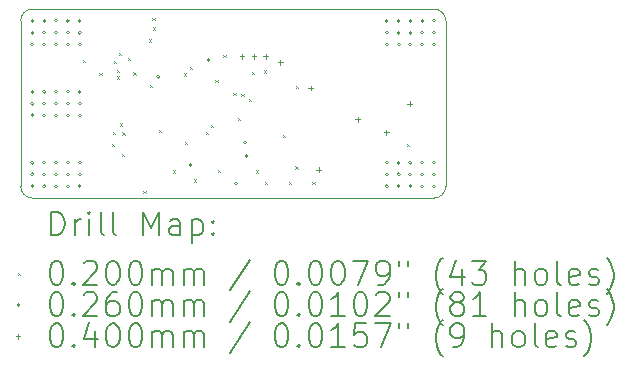
<source format=gbr>
%TF.GenerationSoftware,KiCad,Pcbnew,8.0.8*%
%TF.CreationDate,2025-04-24T20:58:01+02:00*%
%TF.ProjectId,ESC_PCB,4553435f-5043-4422-9e6b-696361645f70,rev?*%
%TF.SameCoordinates,Original*%
%TF.FileFunction,Drillmap*%
%TF.FilePolarity,Positive*%
%FSLAX45Y45*%
G04 Gerber Fmt 4.5, Leading zero omitted, Abs format (unit mm)*
G04 Created by KiCad (PCBNEW 8.0.8) date 2025-04-24 20:58:01*
%MOMM*%
%LPD*%
G01*
G04 APERTURE LIST*
%ADD10C,0.050000*%
%ADD11C,0.200000*%
%ADD12C,0.100000*%
G04 APERTURE END LIST*
D10*
X7100000Y-4500000D02*
G75*
G02*
X7200000Y-4400000I100000J0D01*
G01*
X7200000Y-4400000D02*
X10600000Y-4400000D01*
X10600000Y-6000000D02*
X7200000Y-6000000D01*
X10700000Y-5900000D02*
G75*
G02*
X10600000Y-6000000I-100000J0D01*
G01*
X10600000Y-4400000D02*
G75*
G02*
X10700000Y-4500000I0J-100000D01*
G01*
X10700000Y-4500000D02*
X10700000Y-5900000D01*
X7100000Y-5900000D02*
X7100000Y-4500000D01*
X7200000Y-6000000D02*
G75*
G02*
X7100000Y-5900000I0J100000D01*
G01*
D11*
D12*
X7624500Y-4829905D02*
X7644500Y-4849905D01*
X7644500Y-4829905D02*
X7624500Y-4849905D01*
X7765000Y-4940000D02*
X7785000Y-4960000D01*
X7785000Y-4940000D02*
X7765000Y-4960000D01*
X7870000Y-5540000D02*
X7890000Y-5560000D01*
X7890000Y-5540000D02*
X7870000Y-5560000D01*
X7880000Y-5440000D02*
X7900000Y-5460000D01*
X7900000Y-5440000D02*
X7880000Y-5460000D01*
X7890000Y-4840000D02*
X7910000Y-4860000D01*
X7910000Y-4840000D02*
X7890000Y-4860000D01*
X7913000Y-4912000D02*
X7933000Y-4932000D01*
X7933000Y-4912000D02*
X7913000Y-4932000D01*
X7916000Y-4969000D02*
X7936000Y-4989000D01*
X7936000Y-4969000D02*
X7916000Y-4989000D01*
X7930000Y-4769000D02*
X7950000Y-4789000D01*
X7950000Y-4769000D02*
X7930000Y-4789000D01*
X7940000Y-5368000D02*
X7960000Y-5388000D01*
X7960000Y-5368000D02*
X7940000Y-5388000D01*
X7957000Y-5624000D02*
X7977000Y-5644000D01*
X7977000Y-5624000D02*
X7957000Y-5644000D01*
X7960000Y-5443000D02*
X7980000Y-5463000D01*
X7980000Y-5443000D02*
X7960000Y-5463000D01*
X8010000Y-4811000D02*
X8030000Y-4831000D01*
X8030000Y-4811000D02*
X8010000Y-4831000D01*
X8053000Y-4937000D02*
X8073000Y-4957000D01*
X8073000Y-4937000D02*
X8053000Y-4957000D01*
X8140000Y-5940000D02*
X8160000Y-5960000D01*
X8160000Y-5940000D02*
X8140000Y-5960000D01*
X8185125Y-4654875D02*
X8205125Y-4674875D01*
X8205125Y-4654875D02*
X8185125Y-4674875D01*
X8196000Y-5040000D02*
X8216000Y-5060000D01*
X8216000Y-5040000D02*
X8196000Y-5060000D01*
X8216000Y-4476000D02*
X8236000Y-4496000D01*
X8236000Y-4476000D02*
X8216000Y-4496000D01*
X8219000Y-4556000D02*
X8239000Y-4576000D01*
X8239000Y-4556000D02*
X8219000Y-4576000D01*
X8270000Y-5420000D02*
X8290000Y-5440000D01*
X8290000Y-5420000D02*
X8270000Y-5440000D01*
X8390000Y-5765000D02*
X8410000Y-5785000D01*
X8410000Y-5765000D02*
X8390000Y-5785000D01*
X8484000Y-4944000D02*
X8504000Y-4964000D01*
X8504000Y-4944000D02*
X8484000Y-4964000D01*
X8490000Y-5522500D02*
X8510000Y-5542500D01*
X8510000Y-5522500D02*
X8490000Y-5542500D01*
X8531500Y-4888500D02*
X8551500Y-4908500D01*
X8551500Y-4888500D02*
X8531500Y-4908500D01*
X8565000Y-5840000D02*
X8585000Y-5860000D01*
X8585000Y-5840000D02*
X8565000Y-5860000D01*
X8670000Y-5440000D02*
X8690000Y-5460000D01*
X8690000Y-5440000D02*
X8670000Y-5460000D01*
X8710000Y-5380000D02*
X8730000Y-5400000D01*
X8730000Y-5380000D02*
X8710000Y-5400000D01*
X8750000Y-5000000D02*
X8770000Y-5020000D01*
X8770000Y-5000000D02*
X8750000Y-5020000D01*
X8770000Y-5760000D02*
X8790000Y-5780000D01*
X8790000Y-5760000D02*
X8770000Y-5780000D01*
X8815000Y-4790000D02*
X8835000Y-4810000D01*
X8835000Y-4790000D02*
X8815000Y-4810000D01*
X8900000Y-5107500D02*
X8920000Y-5127500D01*
X8920000Y-5107500D02*
X8900000Y-5127500D01*
X8938549Y-5318549D02*
X8958549Y-5338549D01*
X8958549Y-5318549D02*
X8938549Y-5338549D01*
X8970000Y-5120000D02*
X8990000Y-5140000D01*
X8990000Y-5120000D02*
X8970000Y-5140000D01*
X9030000Y-5160000D02*
X9050000Y-5180000D01*
X9050000Y-5160000D02*
X9030000Y-5180000D01*
X9060000Y-4930000D02*
X9080000Y-4950000D01*
X9080000Y-4930000D02*
X9060000Y-4950000D01*
X9090000Y-5765000D02*
X9110000Y-5785000D01*
X9110000Y-5765000D02*
X9090000Y-5785000D01*
X9160000Y-4920000D02*
X9180000Y-4940000D01*
X9180000Y-4920000D02*
X9160000Y-4940000D01*
X9170000Y-5860000D02*
X9190000Y-5880000D01*
X9190000Y-5860000D02*
X9170000Y-5880000D01*
X9320000Y-5465000D02*
X9340000Y-5485000D01*
X9340000Y-5465000D02*
X9320000Y-5485000D01*
X9370000Y-5860000D02*
X9390000Y-5880000D01*
X9390000Y-5860000D02*
X9370000Y-5880000D01*
X9426000Y-5732000D02*
X9446000Y-5752000D01*
X9446000Y-5732000D02*
X9426000Y-5752000D01*
X9427500Y-5052500D02*
X9447500Y-5072500D01*
X9447500Y-5052500D02*
X9427500Y-5072500D01*
X9570000Y-5860000D02*
X9590000Y-5880000D01*
X9590000Y-5860000D02*
X9570000Y-5880000D01*
X10370000Y-5540000D02*
X10390000Y-5560000D01*
X10390000Y-5540000D02*
X10370000Y-5560000D01*
X7213000Y-4500000D02*
G75*
G02*
X7187000Y-4500000I-13000J0D01*
G01*
X7187000Y-4500000D02*
G75*
G02*
X7213000Y-4500000I13000J0D01*
G01*
X7213000Y-4600000D02*
G75*
G02*
X7187000Y-4600000I-13000J0D01*
G01*
X7187000Y-4600000D02*
G75*
G02*
X7213000Y-4600000I13000J0D01*
G01*
X7213000Y-4700000D02*
G75*
G02*
X7187000Y-4700000I-13000J0D01*
G01*
X7187000Y-4700000D02*
G75*
G02*
X7213000Y-4700000I13000J0D01*
G01*
X7213000Y-5100000D02*
G75*
G02*
X7187000Y-5100000I-13000J0D01*
G01*
X7187000Y-5100000D02*
G75*
G02*
X7213000Y-5100000I13000J0D01*
G01*
X7213000Y-5200000D02*
G75*
G02*
X7187000Y-5200000I-13000J0D01*
G01*
X7187000Y-5200000D02*
G75*
G02*
X7213000Y-5200000I13000J0D01*
G01*
X7213000Y-5300000D02*
G75*
G02*
X7187000Y-5300000I-13000J0D01*
G01*
X7187000Y-5300000D02*
G75*
G02*
X7213000Y-5300000I13000J0D01*
G01*
X7213000Y-5700000D02*
G75*
G02*
X7187000Y-5700000I-13000J0D01*
G01*
X7187000Y-5700000D02*
G75*
G02*
X7213000Y-5700000I13000J0D01*
G01*
X7213000Y-5800000D02*
G75*
G02*
X7187000Y-5800000I-13000J0D01*
G01*
X7187000Y-5800000D02*
G75*
G02*
X7213000Y-5800000I13000J0D01*
G01*
X7213000Y-5900000D02*
G75*
G02*
X7187000Y-5900000I-13000J0D01*
G01*
X7187000Y-5900000D02*
G75*
G02*
X7213000Y-5900000I13000J0D01*
G01*
X7313000Y-4500000D02*
G75*
G02*
X7287000Y-4500000I-13000J0D01*
G01*
X7287000Y-4500000D02*
G75*
G02*
X7313000Y-4500000I13000J0D01*
G01*
X7313000Y-4600000D02*
G75*
G02*
X7287000Y-4600000I-13000J0D01*
G01*
X7287000Y-4600000D02*
G75*
G02*
X7313000Y-4600000I13000J0D01*
G01*
X7313000Y-4700000D02*
G75*
G02*
X7287000Y-4700000I-13000J0D01*
G01*
X7287000Y-4700000D02*
G75*
G02*
X7313000Y-4700000I13000J0D01*
G01*
X7313000Y-5100000D02*
G75*
G02*
X7287000Y-5100000I-13000J0D01*
G01*
X7287000Y-5100000D02*
G75*
G02*
X7313000Y-5100000I13000J0D01*
G01*
X7313000Y-5200000D02*
G75*
G02*
X7287000Y-5200000I-13000J0D01*
G01*
X7287000Y-5200000D02*
G75*
G02*
X7313000Y-5200000I13000J0D01*
G01*
X7313000Y-5300000D02*
G75*
G02*
X7287000Y-5300000I-13000J0D01*
G01*
X7287000Y-5300000D02*
G75*
G02*
X7313000Y-5300000I13000J0D01*
G01*
X7313000Y-5700000D02*
G75*
G02*
X7287000Y-5700000I-13000J0D01*
G01*
X7287000Y-5700000D02*
G75*
G02*
X7313000Y-5700000I13000J0D01*
G01*
X7313000Y-5800000D02*
G75*
G02*
X7287000Y-5800000I-13000J0D01*
G01*
X7287000Y-5800000D02*
G75*
G02*
X7313000Y-5800000I13000J0D01*
G01*
X7313000Y-5900000D02*
G75*
G02*
X7287000Y-5900000I-13000J0D01*
G01*
X7287000Y-5900000D02*
G75*
G02*
X7313000Y-5900000I13000J0D01*
G01*
X7413000Y-4500000D02*
G75*
G02*
X7387000Y-4500000I-13000J0D01*
G01*
X7387000Y-4500000D02*
G75*
G02*
X7413000Y-4500000I13000J0D01*
G01*
X7413000Y-4600000D02*
G75*
G02*
X7387000Y-4600000I-13000J0D01*
G01*
X7387000Y-4600000D02*
G75*
G02*
X7413000Y-4600000I13000J0D01*
G01*
X7413000Y-4700000D02*
G75*
G02*
X7387000Y-4700000I-13000J0D01*
G01*
X7387000Y-4700000D02*
G75*
G02*
X7413000Y-4700000I13000J0D01*
G01*
X7413000Y-5100000D02*
G75*
G02*
X7387000Y-5100000I-13000J0D01*
G01*
X7387000Y-5100000D02*
G75*
G02*
X7413000Y-5100000I13000J0D01*
G01*
X7413000Y-5200000D02*
G75*
G02*
X7387000Y-5200000I-13000J0D01*
G01*
X7387000Y-5200000D02*
G75*
G02*
X7413000Y-5200000I13000J0D01*
G01*
X7413000Y-5300000D02*
G75*
G02*
X7387000Y-5300000I-13000J0D01*
G01*
X7387000Y-5300000D02*
G75*
G02*
X7413000Y-5300000I13000J0D01*
G01*
X7413000Y-5700000D02*
G75*
G02*
X7387000Y-5700000I-13000J0D01*
G01*
X7387000Y-5700000D02*
G75*
G02*
X7413000Y-5700000I13000J0D01*
G01*
X7413000Y-5800000D02*
G75*
G02*
X7387000Y-5800000I-13000J0D01*
G01*
X7387000Y-5800000D02*
G75*
G02*
X7413000Y-5800000I13000J0D01*
G01*
X7413000Y-5900000D02*
G75*
G02*
X7387000Y-5900000I-13000J0D01*
G01*
X7387000Y-5900000D02*
G75*
G02*
X7413000Y-5900000I13000J0D01*
G01*
X7513000Y-4500000D02*
G75*
G02*
X7487000Y-4500000I-13000J0D01*
G01*
X7487000Y-4500000D02*
G75*
G02*
X7513000Y-4500000I13000J0D01*
G01*
X7513000Y-4600000D02*
G75*
G02*
X7487000Y-4600000I-13000J0D01*
G01*
X7487000Y-4600000D02*
G75*
G02*
X7513000Y-4600000I13000J0D01*
G01*
X7513000Y-4700000D02*
G75*
G02*
X7487000Y-4700000I-13000J0D01*
G01*
X7487000Y-4700000D02*
G75*
G02*
X7513000Y-4700000I13000J0D01*
G01*
X7513000Y-5100000D02*
G75*
G02*
X7487000Y-5100000I-13000J0D01*
G01*
X7487000Y-5100000D02*
G75*
G02*
X7513000Y-5100000I13000J0D01*
G01*
X7513000Y-5200000D02*
G75*
G02*
X7487000Y-5200000I-13000J0D01*
G01*
X7487000Y-5200000D02*
G75*
G02*
X7513000Y-5200000I13000J0D01*
G01*
X7513000Y-5300000D02*
G75*
G02*
X7487000Y-5300000I-13000J0D01*
G01*
X7487000Y-5300000D02*
G75*
G02*
X7513000Y-5300000I13000J0D01*
G01*
X7513000Y-5700000D02*
G75*
G02*
X7487000Y-5700000I-13000J0D01*
G01*
X7487000Y-5700000D02*
G75*
G02*
X7513000Y-5700000I13000J0D01*
G01*
X7513000Y-5800000D02*
G75*
G02*
X7487000Y-5800000I-13000J0D01*
G01*
X7487000Y-5800000D02*
G75*
G02*
X7513000Y-5800000I13000J0D01*
G01*
X7513000Y-5900000D02*
G75*
G02*
X7487000Y-5900000I-13000J0D01*
G01*
X7487000Y-5900000D02*
G75*
G02*
X7513000Y-5900000I13000J0D01*
G01*
X7613000Y-4500000D02*
G75*
G02*
X7587000Y-4500000I-13000J0D01*
G01*
X7587000Y-4500000D02*
G75*
G02*
X7613000Y-4500000I13000J0D01*
G01*
X7613000Y-4600000D02*
G75*
G02*
X7587000Y-4600000I-13000J0D01*
G01*
X7587000Y-4600000D02*
G75*
G02*
X7613000Y-4600000I13000J0D01*
G01*
X7613000Y-4700000D02*
G75*
G02*
X7587000Y-4700000I-13000J0D01*
G01*
X7587000Y-4700000D02*
G75*
G02*
X7613000Y-4700000I13000J0D01*
G01*
X7613000Y-5100000D02*
G75*
G02*
X7587000Y-5100000I-13000J0D01*
G01*
X7587000Y-5100000D02*
G75*
G02*
X7613000Y-5100000I13000J0D01*
G01*
X7613000Y-5200000D02*
G75*
G02*
X7587000Y-5200000I-13000J0D01*
G01*
X7587000Y-5200000D02*
G75*
G02*
X7613000Y-5200000I13000J0D01*
G01*
X7613000Y-5300000D02*
G75*
G02*
X7587000Y-5300000I-13000J0D01*
G01*
X7587000Y-5300000D02*
G75*
G02*
X7613000Y-5300000I13000J0D01*
G01*
X7613000Y-5700000D02*
G75*
G02*
X7587000Y-5700000I-13000J0D01*
G01*
X7587000Y-5700000D02*
G75*
G02*
X7613000Y-5700000I13000J0D01*
G01*
X7613000Y-5800000D02*
G75*
G02*
X7587000Y-5800000I-13000J0D01*
G01*
X7587000Y-5800000D02*
G75*
G02*
X7613000Y-5800000I13000J0D01*
G01*
X7613000Y-5900000D02*
G75*
G02*
X7587000Y-5900000I-13000J0D01*
G01*
X7587000Y-5900000D02*
G75*
G02*
X7613000Y-5900000I13000J0D01*
G01*
X8276500Y-4975000D02*
G75*
G02*
X8250500Y-4975000I-13000J0D01*
G01*
X8250500Y-4975000D02*
G75*
G02*
X8276500Y-4975000I13000J0D01*
G01*
X8553000Y-5720000D02*
G75*
G02*
X8527000Y-5720000I-13000J0D01*
G01*
X8527000Y-5720000D02*
G75*
G02*
X8553000Y-5720000I13000J0D01*
G01*
X8703000Y-4830000D02*
G75*
G02*
X8677000Y-4830000I-13000J0D01*
G01*
X8677000Y-4830000D02*
G75*
G02*
X8703000Y-4830000I13000J0D01*
G01*
X8933000Y-5876750D02*
G75*
G02*
X8907000Y-5876750I-13000J0D01*
G01*
X8907000Y-5876750D02*
G75*
G02*
X8933000Y-5876750I13000J0D01*
G01*
X9013000Y-5530000D02*
G75*
G02*
X8987000Y-5530000I-13000J0D01*
G01*
X8987000Y-5530000D02*
G75*
G02*
X9013000Y-5530000I13000J0D01*
G01*
X9023000Y-5645000D02*
G75*
G02*
X8997000Y-5645000I-13000J0D01*
G01*
X8997000Y-5645000D02*
G75*
G02*
X9023000Y-5645000I13000J0D01*
G01*
X10213000Y-4500000D02*
G75*
G02*
X10187000Y-4500000I-13000J0D01*
G01*
X10187000Y-4500000D02*
G75*
G02*
X10213000Y-4500000I13000J0D01*
G01*
X10213000Y-4600000D02*
G75*
G02*
X10187000Y-4600000I-13000J0D01*
G01*
X10187000Y-4600000D02*
G75*
G02*
X10213000Y-4600000I13000J0D01*
G01*
X10213000Y-4700000D02*
G75*
G02*
X10187000Y-4700000I-13000J0D01*
G01*
X10187000Y-4700000D02*
G75*
G02*
X10213000Y-4700000I13000J0D01*
G01*
X10213000Y-5700000D02*
G75*
G02*
X10187000Y-5700000I-13000J0D01*
G01*
X10187000Y-5700000D02*
G75*
G02*
X10213000Y-5700000I13000J0D01*
G01*
X10213000Y-5800000D02*
G75*
G02*
X10187000Y-5800000I-13000J0D01*
G01*
X10187000Y-5800000D02*
G75*
G02*
X10213000Y-5800000I13000J0D01*
G01*
X10213000Y-5900000D02*
G75*
G02*
X10187000Y-5900000I-13000J0D01*
G01*
X10187000Y-5900000D02*
G75*
G02*
X10213000Y-5900000I13000J0D01*
G01*
X10313000Y-4500000D02*
G75*
G02*
X10287000Y-4500000I-13000J0D01*
G01*
X10287000Y-4500000D02*
G75*
G02*
X10313000Y-4500000I13000J0D01*
G01*
X10313000Y-4600000D02*
G75*
G02*
X10287000Y-4600000I-13000J0D01*
G01*
X10287000Y-4600000D02*
G75*
G02*
X10313000Y-4600000I13000J0D01*
G01*
X10313000Y-4700000D02*
G75*
G02*
X10287000Y-4700000I-13000J0D01*
G01*
X10287000Y-4700000D02*
G75*
G02*
X10313000Y-4700000I13000J0D01*
G01*
X10313000Y-5700000D02*
G75*
G02*
X10287000Y-5700000I-13000J0D01*
G01*
X10287000Y-5700000D02*
G75*
G02*
X10313000Y-5700000I13000J0D01*
G01*
X10313000Y-5800000D02*
G75*
G02*
X10287000Y-5800000I-13000J0D01*
G01*
X10287000Y-5800000D02*
G75*
G02*
X10313000Y-5800000I13000J0D01*
G01*
X10313000Y-5900000D02*
G75*
G02*
X10287000Y-5900000I-13000J0D01*
G01*
X10287000Y-5900000D02*
G75*
G02*
X10313000Y-5900000I13000J0D01*
G01*
X10413000Y-4500000D02*
G75*
G02*
X10387000Y-4500000I-13000J0D01*
G01*
X10387000Y-4500000D02*
G75*
G02*
X10413000Y-4500000I13000J0D01*
G01*
X10413000Y-4600000D02*
G75*
G02*
X10387000Y-4600000I-13000J0D01*
G01*
X10387000Y-4600000D02*
G75*
G02*
X10413000Y-4600000I13000J0D01*
G01*
X10413000Y-4700000D02*
G75*
G02*
X10387000Y-4700000I-13000J0D01*
G01*
X10387000Y-4700000D02*
G75*
G02*
X10413000Y-4700000I13000J0D01*
G01*
X10413000Y-5700000D02*
G75*
G02*
X10387000Y-5700000I-13000J0D01*
G01*
X10387000Y-5700000D02*
G75*
G02*
X10413000Y-5700000I13000J0D01*
G01*
X10413000Y-5800000D02*
G75*
G02*
X10387000Y-5800000I-13000J0D01*
G01*
X10387000Y-5800000D02*
G75*
G02*
X10413000Y-5800000I13000J0D01*
G01*
X10413000Y-5900000D02*
G75*
G02*
X10387000Y-5900000I-13000J0D01*
G01*
X10387000Y-5900000D02*
G75*
G02*
X10413000Y-5900000I13000J0D01*
G01*
X10513000Y-4500000D02*
G75*
G02*
X10487000Y-4500000I-13000J0D01*
G01*
X10487000Y-4500000D02*
G75*
G02*
X10513000Y-4500000I13000J0D01*
G01*
X10513000Y-4600000D02*
G75*
G02*
X10487000Y-4600000I-13000J0D01*
G01*
X10487000Y-4600000D02*
G75*
G02*
X10513000Y-4600000I13000J0D01*
G01*
X10513000Y-4700000D02*
G75*
G02*
X10487000Y-4700000I-13000J0D01*
G01*
X10487000Y-4700000D02*
G75*
G02*
X10513000Y-4700000I13000J0D01*
G01*
X10513000Y-5700000D02*
G75*
G02*
X10487000Y-5700000I-13000J0D01*
G01*
X10487000Y-5700000D02*
G75*
G02*
X10513000Y-5700000I13000J0D01*
G01*
X10513000Y-5800000D02*
G75*
G02*
X10487000Y-5800000I-13000J0D01*
G01*
X10487000Y-5800000D02*
G75*
G02*
X10513000Y-5800000I13000J0D01*
G01*
X10513000Y-5900000D02*
G75*
G02*
X10487000Y-5900000I-13000J0D01*
G01*
X10487000Y-5900000D02*
G75*
G02*
X10513000Y-5900000I13000J0D01*
G01*
X10613000Y-4500000D02*
G75*
G02*
X10587000Y-4500000I-13000J0D01*
G01*
X10587000Y-4500000D02*
G75*
G02*
X10613000Y-4500000I13000J0D01*
G01*
X10613000Y-4600000D02*
G75*
G02*
X10587000Y-4600000I-13000J0D01*
G01*
X10587000Y-4600000D02*
G75*
G02*
X10613000Y-4600000I13000J0D01*
G01*
X10613000Y-4700000D02*
G75*
G02*
X10587000Y-4700000I-13000J0D01*
G01*
X10587000Y-4700000D02*
G75*
G02*
X10613000Y-4700000I13000J0D01*
G01*
X10613000Y-5700000D02*
G75*
G02*
X10587000Y-5700000I-13000J0D01*
G01*
X10587000Y-5700000D02*
G75*
G02*
X10613000Y-5700000I13000J0D01*
G01*
X10613000Y-5800000D02*
G75*
G02*
X10587000Y-5800000I-13000J0D01*
G01*
X10587000Y-5800000D02*
G75*
G02*
X10613000Y-5800000I13000J0D01*
G01*
X10613000Y-5900000D02*
G75*
G02*
X10587000Y-5900000I-13000J0D01*
G01*
X10587000Y-5900000D02*
G75*
G02*
X10613000Y-5900000I13000J0D01*
G01*
X8975000Y-4780000D02*
X8975000Y-4820000D01*
X8955000Y-4800000D02*
X8995000Y-4800000D01*
X9075000Y-4780000D02*
X9075000Y-4820000D01*
X9055000Y-4800000D02*
X9095000Y-4800000D01*
X9175000Y-4780000D02*
X9175000Y-4820000D01*
X9155000Y-4800000D02*
X9195000Y-4800000D01*
X9300000Y-4830000D02*
X9300000Y-4870000D01*
X9280000Y-4850000D02*
X9320000Y-4850000D01*
X9555000Y-5049000D02*
X9555000Y-5089000D01*
X9535000Y-5069000D02*
X9575000Y-5069000D01*
X9625000Y-5740000D02*
X9625000Y-5780000D01*
X9605000Y-5760000D02*
X9645000Y-5760000D01*
X9953000Y-5313000D02*
X9953000Y-5353000D01*
X9933000Y-5333000D02*
X9973000Y-5333000D01*
X10195000Y-5425000D02*
X10195000Y-5465000D01*
X10175000Y-5445000D02*
X10215000Y-5445000D01*
X10395000Y-5180000D02*
X10395000Y-5220000D01*
X10375000Y-5200000D02*
X10415000Y-5200000D01*
D11*
X7358277Y-6313984D02*
X7358277Y-6113984D01*
X7358277Y-6113984D02*
X7405896Y-6113984D01*
X7405896Y-6113984D02*
X7434467Y-6123508D01*
X7434467Y-6123508D02*
X7453515Y-6142555D01*
X7453515Y-6142555D02*
X7463039Y-6161603D01*
X7463039Y-6161603D02*
X7472562Y-6199698D01*
X7472562Y-6199698D02*
X7472562Y-6228269D01*
X7472562Y-6228269D02*
X7463039Y-6266365D01*
X7463039Y-6266365D02*
X7453515Y-6285412D01*
X7453515Y-6285412D02*
X7434467Y-6304460D01*
X7434467Y-6304460D02*
X7405896Y-6313984D01*
X7405896Y-6313984D02*
X7358277Y-6313984D01*
X7558277Y-6313984D02*
X7558277Y-6180650D01*
X7558277Y-6218746D02*
X7567801Y-6199698D01*
X7567801Y-6199698D02*
X7577324Y-6190174D01*
X7577324Y-6190174D02*
X7596372Y-6180650D01*
X7596372Y-6180650D02*
X7615420Y-6180650D01*
X7682086Y-6313984D02*
X7682086Y-6180650D01*
X7682086Y-6113984D02*
X7672562Y-6123508D01*
X7672562Y-6123508D02*
X7682086Y-6133031D01*
X7682086Y-6133031D02*
X7691610Y-6123508D01*
X7691610Y-6123508D02*
X7682086Y-6113984D01*
X7682086Y-6113984D02*
X7682086Y-6133031D01*
X7805896Y-6313984D02*
X7786848Y-6304460D01*
X7786848Y-6304460D02*
X7777324Y-6285412D01*
X7777324Y-6285412D02*
X7777324Y-6113984D01*
X7910658Y-6313984D02*
X7891610Y-6304460D01*
X7891610Y-6304460D02*
X7882086Y-6285412D01*
X7882086Y-6285412D02*
X7882086Y-6113984D01*
X8139229Y-6313984D02*
X8139229Y-6113984D01*
X8139229Y-6113984D02*
X8205896Y-6256841D01*
X8205896Y-6256841D02*
X8272562Y-6113984D01*
X8272562Y-6113984D02*
X8272562Y-6313984D01*
X8453515Y-6313984D02*
X8453515Y-6209222D01*
X8453515Y-6209222D02*
X8443991Y-6190174D01*
X8443991Y-6190174D02*
X8424944Y-6180650D01*
X8424944Y-6180650D02*
X8386848Y-6180650D01*
X8386848Y-6180650D02*
X8367801Y-6190174D01*
X8453515Y-6304460D02*
X8434467Y-6313984D01*
X8434467Y-6313984D02*
X8386848Y-6313984D01*
X8386848Y-6313984D02*
X8367801Y-6304460D01*
X8367801Y-6304460D02*
X8358277Y-6285412D01*
X8358277Y-6285412D02*
X8358277Y-6266365D01*
X8358277Y-6266365D02*
X8367801Y-6247317D01*
X8367801Y-6247317D02*
X8386848Y-6237793D01*
X8386848Y-6237793D02*
X8434467Y-6237793D01*
X8434467Y-6237793D02*
X8453515Y-6228269D01*
X8548753Y-6180650D02*
X8548753Y-6380650D01*
X8548753Y-6190174D02*
X8567801Y-6180650D01*
X8567801Y-6180650D02*
X8605896Y-6180650D01*
X8605896Y-6180650D02*
X8624944Y-6190174D01*
X8624944Y-6190174D02*
X8634467Y-6199698D01*
X8634467Y-6199698D02*
X8643991Y-6218746D01*
X8643991Y-6218746D02*
X8643991Y-6275888D01*
X8643991Y-6275888D02*
X8634467Y-6294936D01*
X8634467Y-6294936D02*
X8624944Y-6304460D01*
X8624944Y-6304460D02*
X8605896Y-6313984D01*
X8605896Y-6313984D02*
X8567801Y-6313984D01*
X8567801Y-6313984D02*
X8548753Y-6304460D01*
X8729705Y-6294936D02*
X8739229Y-6304460D01*
X8739229Y-6304460D02*
X8729705Y-6313984D01*
X8729705Y-6313984D02*
X8720182Y-6304460D01*
X8720182Y-6304460D02*
X8729705Y-6294936D01*
X8729705Y-6294936D02*
X8729705Y-6313984D01*
X8729705Y-6190174D02*
X8739229Y-6199698D01*
X8739229Y-6199698D02*
X8729705Y-6209222D01*
X8729705Y-6209222D02*
X8720182Y-6199698D01*
X8720182Y-6199698D02*
X8729705Y-6190174D01*
X8729705Y-6190174D02*
X8729705Y-6209222D01*
D12*
X7077500Y-6632500D02*
X7097500Y-6652500D01*
X7097500Y-6632500D02*
X7077500Y-6652500D01*
D11*
X7396372Y-6533984D02*
X7415420Y-6533984D01*
X7415420Y-6533984D02*
X7434467Y-6543508D01*
X7434467Y-6543508D02*
X7443991Y-6553031D01*
X7443991Y-6553031D02*
X7453515Y-6572079D01*
X7453515Y-6572079D02*
X7463039Y-6610174D01*
X7463039Y-6610174D02*
X7463039Y-6657793D01*
X7463039Y-6657793D02*
X7453515Y-6695888D01*
X7453515Y-6695888D02*
X7443991Y-6714936D01*
X7443991Y-6714936D02*
X7434467Y-6724460D01*
X7434467Y-6724460D02*
X7415420Y-6733984D01*
X7415420Y-6733984D02*
X7396372Y-6733984D01*
X7396372Y-6733984D02*
X7377324Y-6724460D01*
X7377324Y-6724460D02*
X7367801Y-6714936D01*
X7367801Y-6714936D02*
X7358277Y-6695888D01*
X7358277Y-6695888D02*
X7348753Y-6657793D01*
X7348753Y-6657793D02*
X7348753Y-6610174D01*
X7348753Y-6610174D02*
X7358277Y-6572079D01*
X7358277Y-6572079D02*
X7367801Y-6553031D01*
X7367801Y-6553031D02*
X7377324Y-6543508D01*
X7377324Y-6543508D02*
X7396372Y-6533984D01*
X7548753Y-6714936D02*
X7558277Y-6724460D01*
X7558277Y-6724460D02*
X7548753Y-6733984D01*
X7548753Y-6733984D02*
X7539229Y-6724460D01*
X7539229Y-6724460D02*
X7548753Y-6714936D01*
X7548753Y-6714936D02*
X7548753Y-6733984D01*
X7634467Y-6553031D02*
X7643991Y-6543508D01*
X7643991Y-6543508D02*
X7663039Y-6533984D01*
X7663039Y-6533984D02*
X7710658Y-6533984D01*
X7710658Y-6533984D02*
X7729705Y-6543508D01*
X7729705Y-6543508D02*
X7739229Y-6553031D01*
X7739229Y-6553031D02*
X7748753Y-6572079D01*
X7748753Y-6572079D02*
X7748753Y-6591127D01*
X7748753Y-6591127D02*
X7739229Y-6619698D01*
X7739229Y-6619698D02*
X7624943Y-6733984D01*
X7624943Y-6733984D02*
X7748753Y-6733984D01*
X7872562Y-6533984D02*
X7891610Y-6533984D01*
X7891610Y-6533984D02*
X7910658Y-6543508D01*
X7910658Y-6543508D02*
X7920182Y-6553031D01*
X7920182Y-6553031D02*
X7929705Y-6572079D01*
X7929705Y-6572079D02*
X7939229Y-6610174D01*
X7939229Y-6610174D02*
X7939229Y-6657793D01*
X7939229Y-6657793D02*
X7929705Y-6695888D01*
X7929705Y-6695888D02*
X7920182Y-6714936D01*
X7920182Y-6714936D02*
X7910658Y-6724460D01*
X7910658Y-6724460D02*
X7891610Y-6733984D01*
X7891610Y-6733984D02*
X7872562Y-6733984D01*
X7872562Y-6733984D02*
X7853515Y-6724460D01*
X7853515Y-6724460D02*
X7843991Y-6714936D01*
X7843991Y-6714936D02*
X7834467Y-6695888D01*
X7834467Y-6695888D02*
X7824943Y-6657793D01*
X7824943Y-6657793D02*
X7824943Y-6610174D01*
X7824943Y-6610174D02*
X7834467Y-6572079D01*
X7834467Y-6572079D02*
X7843991Y-6553031D01*
X7843991Y-6553031D02*
X7853515Y-6543508D01*
X7853515Y-6543508D02*
X7872562Y-6533984D01*
X8063039Y-6533984D02*
X8082086Y-6533984D01*
X8082086Y-6533984D02*
X8101134Y-6543508D01*
X8101134Y-6543508D02*
X8110658Y-6553031D01*
X8110658Y-6553031D02*
X8120182Y-6572079D01*
X8120182Y-6572079D02*
X8129705Y-6610174D01*
X8129705Y-6610174D02*
X8129705Y-6657793D01*
X8129705Y-6657793D02*
X8120182Y-6695888D01*
X8120182Y-6695888D02*
X8110658Y-6714936D01*
X8110658Y-6714936D02*
X8101134Y-6724460D01*
X8101134Y-6724460D02*
X8082086Y-6733984D01*
X8082086Y-6733984D02*
X8063039Y-6733984D01*
X8063039Y-6733984D02*
X8043991Y-6724460D01*
X8043991Y-6724460D02*
X8034467Y-6714936D01*
X8034467Y-6714936D02*
X8024943Y-6695888D01*
X8024943Y-6695888D02*
X8015420Y-6657793D01*
X8015420Y-6657793D02*
X8015420Y-6610174D01*
X8015420Y-6610174D02*
X8024943Y-6572079D01*
X8024943Y-6572079D02*
X8034467Y-6553031D01*
X8034467Y-6553031D02*
X8043991Y-6543508D01*
X8043991Y-6543508D02*
X8063039Y-6533984D01*
X8215420Y-6733984D02*
X8215420Y-6600650D01*
X8215420Y-6619698D02*
X8224943Y-6610174D01*
X8224943Y-6610174D02*
X8243991Y-6600650D01*
X8243991Y-6600650D02*
X8272563Y-6600650D01*
X8272563Y-6600650D02*
X8291610Y-6610174D01*
X8291610Y-6610174D02*
X8301134Y-6629222D01*
X8301134Y-6629222D02*
X8301134Y-6733984D01*
X8301134Y-6629222D02*
X8310658Y-6610174D01*
X8310658Y-6610174D02*
X8329705Y-6600650D01*
X8329705Y-6600650D02*
X8358277Y-6600650D01*
X8358277Y-6600650D02*
X8377324Y-6610174D01*
X8377324Y-6610174D02*
X8386848Y-6629222D01*
X8386848Y-6629222D02*
X8386848Y-6733984D01*
X8482086Y-6733984D02*
X8482086Y-6600650D01*
X8482086Y-6619698D02*
X8491610Y-6610174D01*
X8491610Y-6610174D02*
X8510658Y-6600650D01*
X8510658Y-6600650D02*
X8539229Y-6600650D01*
X8539229Y-6600650D02*
X8558277Y-6610174D01*
X8558277Y-6610174D02*
X8567801Y-6629222D01*
X8567801Y-6629222D02*
X8567801Y-6733984D01*
X8567801Y-6629222D02*
X8577325Y-6610174D01*
X8577325Y-6610174D02*
X8596372Y-6600650D01*
X8596372Y-6600650D02*
X8624944Y-6600650D01*
X8624944Y-6600650D02*
X8643991Y-6610174D01*
X8643991Y-6610174D02*
X8653515Y-6629222D01*
X8653515Y-6629222D02*
X8653515Y-6733984D01*
X9043991Y-6524460D02*
X8872563Y-6781603D01*
X9301134Y-6533984D02*
X9320182Y-6533984D01*
X9320182Y-6533984D02*
X9339229Y-6543508D01*
X9339229Y-6543508D02*
X9348753Y-6553031D01*
X9348753Y-6553031D02*
X9358277Y-6572079D01*
X9358277Y-6572079D02*
X9367801Y-6610174D01*
X9367801Y-6610174D02*
X9367801Y-6657793D01*
X9367801Y-6657793D02*
X9358277Y-6695888D01*
X9358277Y-6695888D02*
X9348753Y-6714936D01*
X9348753Y-6714936D02*
X9339229Y-6724460D01*
X9339229Y-6724460D02*
X9320182Y-6733984D01*
X9320182Y-6733984D02*
X9301134Y-6733984D01*
X9301134Y-6733984D02*
X9282087Y-6724460D01*
X9282087Y-6724460D02*
X9272563Y-6714936D01*
X9272563Y-6714936D02*
X9263039Y-6695888D01*
X9263039Y-6695888D02*
X9253515Y-6657793D01*
X9253515Y-6657793D02*
X9253515Y-6610174D01*
X9253515Y-6610174D02*
X9263039Y-6572079D01*
X9263039Y-6572079D02*
X9272563Y-6553031D01*
X9272563Y-6553031D02*
X9282087Y-6543508D01*
X9282087Y-6543508D02*
X9301134Y-6533984D01*
X9453515Y-6714936D02*
X9463039Y-6724460D01*
X9463039Y-6724460D02*
X9453515Y-6733984D01*
X9453515Y-6733984D02*
X9443991Y-6724460D01*
X9443991Y-6724460D02*
X9453515Y-6714936D01*
X9453515Y-6714936D02*
X9453515Y-6733984D01*
X9586848Y-6533984D02*
X9605896Y-6533984D01*
X9605896Y-6533984D02*
X9624944Y-6543508D01*
X9624944Y-6543508D02*
X9634468Y-6553031D01*
X9634468Y-6553031D02*
X9643991Y-6572079D01*
X9643991Y-6572079D02*
X9653515Y-6610174D01*
X9653515Y-6610174D02*
X9653515Y-6657793D01*
X9653515Y-6657793D02*
X9643991Y-6695888D01*
X9643991Y-6695888D02*
X9634468Y-6714936D01*
X9634468Y-6714936D02*
X9624944Y-6724460D01*
X9624944Y-6724460D02*
X9605896Y-6733984D01*
X9605896Y-6733984D02*
X9586848Y-6733984D01*
X9586848Y-6733984D02*
X9567801Y-6724460D01*
X9567801Y-6724460D02*
X9558277Y-6714936D01*
X9558277Y-6714936D02*
X9548753Y-6695888D01*
X9548753Y-6695888D02*
X9539229Y-6657793D01*
X9539229Y-6657793D02*
X9539229Y-6610174D01*
X9539229Y-6610174D02*
X9548753Y-6572079D01*
X9548753Y-6572079D02*
X9558277Y-6553031D01*
X9558277Y-6553031D02*
X9567801Y-6543508D01*
X9567801Y-6543508D02*
X9586848Y-6533984D01*
X9777325Y-6533984D02*
X9796372Y-6533984D01*
X9796372Y-6533984D02*
X9815420Y-6543508D01*
X9815420Y-6543508D02*
X9824944Y-6553031D01*
X9824944Y-6553031D02*
X9834468Y-6572079D01*
X9834468Y-6572079D02*
X9843991Y-6610174D01*
X9843991Y-6610174D02*
X9843991Y-6657793D01*
X9843991Y-6657793D02*
X9834468Y-6695888D01*
X9834468Y-6695888D02*
X9824944Y-6714936D01*
X9824944Y-6714936D02*
X9815420Y-6724460D01*
X9815420Y-6724460D02*
X9796372Y-6733984D01*
X9796372Y-6733984D02*
X9777325Y-6733984D01*
X9777325Y-6733984D02*
X9758277Y-6724460D01*
X9758277Y-6724460D02*
X9748753Y-6714936D01*
X9748753Y-6714936D02*
X9739229Y-6695888D01*
X9739229Y-6695888D02*
X9729706Y-6657793D01*
X9729706Y-6657793D02*
X9729706Y-6610174D01*
X9729706Y-6610174D02*
X9739229Y-6572079D01*
X9739229Y-6572079D02*
X9748753Y-6553031D01*
X9748753Y-6553031D02*
X9758277Y-6543508D01*
X9758277Y-6543508D02*
X9777325Y-6533984D01*
X9910658Y-6533984D02*
X10043991Y-6533984D01*
X10043991Y-6533984D02*
X9958277Y-6733984D01*
X10129706Y-6733984D02*
X10167801Y-6733984D01*
X10167801Y-6733984D02*
X10186849Y-6724460D01*
X10186849Y-6724460D02*
X10196372Y-6714936D01*
X10196372Y-6714936D02*
X10215420Y-6686365D01*
X10215420Y-6686365D02*
X10224944Y-6648269D01*
X10224944Y-6648269D02*
X10224944Y-6572079D01*
X10224944Y-6572079D02*
X10215420Y-6553031D01*
X10215420Y-6553031D02*
X10205896Y-6543508D01*
X10205896Y-6543508D02*
X10186849Y-6533984D01*
X10186849Y-6533984D02*
X10148753Y-6533984D01*
X10148753Y-6533984D02*
X10129706Y-6543508D01*
X10129706Y-6543508D02*
X10120182Y-6553031D01*
X10120182Y-6553031D02*
X10110658Y-6572079D01*
X10110658Y-6572079D02*
X10110658Y-6619698D01*
X10110658Y-6619698D02*
X10120182Y-6638746D01*
X10120182Y-6638746D02*
X10129706Y-6648269D01*
X10129706Y-6648269D02*
X10148753Y-6657793D01*
X10148753Y-6657793D02*
X10186849Y-6657793D01*
X10186849Y-6657793D02*
X10205896Y-6648269D01*
X10205896Y-6648269D02*
X10215420Y-6638746D01*
X10215420Y-6638746D02*
X10224944Y-6619698D01*
X10301134Y-6533984D02*
X10301134Y-6572079D01*
X10377325Y-6533984D02*
X10377325Y-6572079D01*
X10672563Y-6810174D02*
X10663039Y-6800650D01*
X10663039Y-6800650D02*
X10643991Y-6772079D01*
X10643991Y-6772079D02*
X10634468Y-6753031D01*
X10634468Y-6753031D02*
X10624944Y-6724460D01*
X10624944Y-6724460D02*
X10615420Y-6676841D01*
X10615420Y-6676841D02*
X10615420Y-6638746D01*
X10615420Y-6638746D02*
X10624944Y-6591127D01*
X10624944Y-6591127D02*
X10634468Y-6562555D01*
X10634468Y-6562555D02*
X10643991Y-6543508D01*
X10643991Y-6543508D02*
X10663039Y-6514936D01*
X10663039Y-6514936D02*
X10672563Y-6505412D01*
X10834468Y-6600650D02*
X10834468Y-6733984D01*
X10786849Y-6524460D02*
X10739230Y-6667317D01*
X10739230Y-6667317D02*
X10863039Y-6667317D01*
X10920182Y-6533984D02*
X11043991Y-6533984D01*
X11043991Y-6533984D02*
X10977325Y-6610174D01*
X10977325Y-6610174D02*
X11005896Y-6610174D01*
X11005896Y-6610174D02*
X11024944Y-6619698D01*
X11024944Y-6619698D02*
X11034468Y-6629222D01*
X11034468Y-6629222D02*
X11043991Y-6648269D01*
X11043991Y-6648269D02*
X11043991Y-6695888D01*
X11043991Y-6695888D02*
X11034468Y-6714936D01*
X11034468Y-6714936D02*
X11024944Y-6724460D01*
X11024944Y-6724460D02*
X11005896Y-6733984D01*
X11005896Y-6733984D02*
X10948753Y-6733984D01*
X10948753Y-6733984D02*
X10929706Y-6724460D01*
X10929706Y-6724460D02*
X10920182Y-6714936D01*
X11282087Y-6733984D02*
X11282087Y-6533984D01*
X11367801Y-6733984D02*
X11367801Y-6629222D01*
X11367801Y-6629222D02*
X11358277Y-6610174D01*
X11358277Y-6610174D02*
X11339230Y-6600650D01*
X11339230Y-6600650D02*
X11310658Y-6600650D01*
X11310658Y-6600650D02*
X11291610Y-6610174D01*
X11291610Y-6610174D02*
X11282087Y-6619698D01*
X11491610Y-6733984D02*
X11472563Y-6724460D01*
X11472563Y-6724460D02*
X11463039Y-6714936D01*
X11463039Y-6714936D02*
X11453515Y-6695888D01*
X11453515Y-6695888D02*
X11453515Y-6638746D01*
X11453515Y-6638746D02*
X11463039Y-6619698D01*
X11463039Y-6619698D02*
X11472563Y-6610174D01*
X11472563Y-6610174D02*
X11491610Y-6600650D01*
X11491610Y-6600650D02*
X11520182Y-6600650D01*
X11520182Y-6600650D02*
X11539230Y-6610174D01*
X11539230Y-6610174D02*
X11548753Y-6619698D01*
X11548753Y-6619698D02*
X11558277Y-6638746D01*
X11558277Y-6638746D02*
X11558277Y-6695888D01*
X11558277Y-6695888D02*
X11548753Y-6714936D01*
X11548753Y-6714936D02*
X11539230Y-6724460D01*
X11539230Y-6724460D02*
X11520182Y-6733984D01*
X11520182Y-6733984D02*
X11491610Y-6733984D01*
X11672563Y-6733984D02*
X11653515Y-6724460D01*
X11653515Y-6724460D02*
X11643991Y-6705412D01*
X11643991Y-6705412D02*
X11643991Y-6533984D01*
X11824944Y-6724460D02*
X11805896Y-6733984D01*
X11805896Y-6733984D02*
X11767801Y-6733984D01*
X11767801Y-6733984D02*
X11748753Y-6724460D01*
X11748753Y-6724460D02*
X11739230Y-6705412D01*
X11739230Y-6705412D02*
X11739230Y-6629222D01*
X11739230Y-6629222D02*
X11748753Y-6610174D01*
X11748753Y-6610174D02*
X11767801Y-6600650D01*
X11767801Y-6600650D02*
X11805896Y-6600650D01*
X11805896Y-6600650D02*
X11824944Y-6610174D01*
X11824944Y-6610174D02*
X11834468Y-6629222D01*
X11834468Y-6629222D02*
X11834468Y-6648269D01*
X11834468Y-6648269D02*
X11739230Y-6667317D01*
X11910658Y-6724460D02*
X11929706Y-6733984D01*
X11929706Y-6733984D02*
X11967801Y-6733984D01*
X11967801Y-6733984D02*
X11986849Y-6724460D01*
X11986849Y-6724460D02*
X11996372Y-6705412D01*
X11996372Y-6705412D02*
X11996372Y-6695888D01*
X11996372Y-6695888D02*
X11986849Y-6676841D01*
X11986849Y-6676841D02*
X11967801Y-6667317D01*
X11967801Y-6667317D02*
X11939230Y-6667317D01*
X11939230Y-6667317D02*
X11920182Y-6657793D01*
X11920182Y-6657793D02*
X11910658Y-6638746D01*
X11910658Y-6638746D02*
X11910658Y-6629222D01*
X11910658Y-6629222D02*
X11920182Y-6610174D01*
X11920182Y-6610174D02*
X11939230Y-6600650D01*
X11939230Y-6600650D02*
X11967801Y-6600650D01*
X11967801Y-6600650D02*
X11986849Y-6610174D01*
X12063039Y-6810174D02*
X12072563Y-6800650D01*
X12072563Y-6800650D02*
X12091611Y-6772079D01*
X12091611Y-6772079D02*
X12101134Y-6753031D01*
X12101134Y-6753031D02*
X12110658Y-6724460D01*
X12110658Y-6724460D02*
X12120182Y-6676841D01*
X12120182Y-6676841D02*
X12120182Y-6638746D01*
X12120182Y-6638746D02*
X12110658Y-6591127D01*
X12110658Y-6591127D02*
X12101134Y-6562555D01*
X12101134Y-6562555D02*
X12091611Y-6543508D01*
X12091611Y-6543508D02*
X12072563Y-6514936D01*
X12072563Y-6514936D02*
X12063039Y-6505412D01*
D12*
X7097500Y-6906500D02*
G75*
G02*
X7071500Y-6906500I-13000J0D01*
G01*
X7071500Y-6906500D02*
G75*
G02*
X7097500Y-6906500I13000J0D01*
G01*
D11*
X7396372Y-6797984D02*
X7415420Y-6797984D01*
X7415420Y-6797984D02*
X7434467Y-6807508D01*
X7434467Y-6807508D02*
X7443991Y-6817031D01*
X7443991Y-6817031D02*
X7453515Y-6836079D01*
X7453515Y-6836079D02*
X7463039Y-6874174D01*
X7463039Y-6874174D02*
X7463039Y-6921793D01*
X7463039Y-6921793D02*
X7453515Y-6959888D01*
X7453515Y-6959888D02*
X7443991Y-6978936D01*
X7443991Y-6978936D02*
X7434467Y-6988460D01*
X7434467Y-6988460D02*
X7415420Y-6997984D01*
X7415420Y-6997984D02*
X7396372Y-6997984D01*
X7396372Y-6997984D02*
X7377324Y-6988460D01*
X7377324Y-6988460D02*
X7367801Y-6978936D01*
X7367801Y-6978936D02*
X7358277Y-6959888D01*
X7358277Y-6959888D02*
X7348753Y-6921793D01*
X7348753Y-6921793D02*
X7348753Y-6874174D01*
X7348753Y-6874174D02*
X7358277Y-6836079D01*
X7358277Y-6836079D02*
X7367801Y-6817031D01*
X7367801Y-6817031D02*
X7377324Y-6807508D01*
X7377324Y-6807508D02*
X7396372Y-6797984D01*
X7548753Y-6978936D02*
X7558277Y-6988460D01*
X7558277Y-6988460D02*
X7548753Y-6997984D01*
X7548753Y-6997984D02*
X7539229Y-6988460D01*
X7539229Y-6988460D02*
X7548753Y-6978936D01*
X7548753Y-6978936D02*
X7548753Y-6997984D01*
X7634467Y-6817031D02*
X7643991Y-6807508D01*
X7643991Y-6807508D02*
X7663039Y-6797984D01*
X7663039Y-6797984D02*
X7710658Y-6797984D01*
X7710658Y-6797984D02*
X7729705Y-6807508D01*
X7729705Y-6807508D02*
X7739229Y-6817031D01*
X7739229Y-6817031D02*
X7748753Y-6836079D01*
X7748753Y-6836079D02*
X7748753Y-6855127D01*
X7748753Y-6855127D02*
X7739229Y-6883698D01*
X7739229Y-6883698D02*
X7624943Y-6997984D01*
X7624943Y-6997984D02*
X7748753Y-6997984D01*
X7920182Y-6797984D02*
X7882086Y-6797984D01*
X7882086Y-6797984D02*
X7863039Y-6807508D01*
X7863039Y-6807508D02*
X7853515Y-6817031D01*
X7853515Y-6817031D02*
X7834467Y-6845603D01*
X7834467Y-6845603D02*
X7824943Y-6883698D01*
X7824943Y-6883698D02*
X7824943Y-6959888D01*
X7824943Y-6959888D02*
X7834467Y-6978936D01*
X7834467Y-6978936D02*
X7843991Y-6988460D01*
X7843991Y-6988460D02*
X7863039Y-6997984D01*
X7863039Y-6997984D02*
X7901134Y-6997984D01*
X7901134Y-6997984D02*
X7920182Y-6988460D01*
X7920182Y-6988460D02*
X7929705Y-6978936D01*
X7929705Y-6978936D02*
X7939229Y-6959888D01*
X7939229Y-6959888D02*
X7939229Y-6912269D01*
X7939229Y-6912269D02*
X7929705Y-6893222D01*
X7929705Y-6893222D02*
X7920182Y-6883698D01*
X7920182Y-6883698D02*
X7901134Y-6874174D01*
X7901134Y-6874174D02*
X7863039Y-6874174D01*
X7863039Y-6874174D02*
X7843991Y-6883698D01*
X7843991Y-6883698D02*
X7834467Y-6893222D01*
X7834467Y-6893222D02*
X7824943Y-6912269D01*
X8063039Y-6797984D02*
X8082086Y-6797984D01*
X8082086Y-6797984D02*
X8101134Y-6807508D01*
X8101134Y-6807508D02*
X8110658Y-6817031D01*
X8110658Y-6817031D02*
X8120182Y-6836079D01*
X8120182Y-6836079D02*
X8129705Y-6874174D01*
X8129705Y-6874174D02*
X8129705Y-6921793D01*
X8129705Y-6921793D02*
X8120182Y-6959888D01*
X8120182Y-6959888D02*
X8110658Y-6978936D01*
X8110658Y-6978936D02*
X8101134Y-6988460D01*
X8101134Y-6988460D02*
X8082086Y-6997984D01*
X8082086Y-6997984D02*
X8063039Y-6997984D01*
X8063039Y-6997984D02*
X8043991Y-6988460D01*
X8043991Y-6988460D02*
X8034467Y-6978936D01*
X8034467Y-6978936D02*
X8024943Y-6959888D01*
X8024943Y-6959888D02*
X8015420Y-6921793D01*
X8015420Y-6921793D02*
X8015420Y-6874174D01*
X8015420Y-6874174D02*
X8024943Y-6836079D01*
X8024943Y-6836079D02*
X8034467Y-6817031D01*
X8034467Y-6817031D02*
X8043991Y-6807508D01*
X8043991Y-6807508D02*
X8063039Y-6797984D01*
X8215420Y-6997984D02*
X8215420Y-6864650D01*
X8215420Y-6883698D02*
X8224943Y-6874174D01*
X8224943Y-6874174D02*
X8243991Y-6864650D01*
X8243991Y-6864650D02*
X8272563Y-6864650D01*
X8272563Y-6864650D02*
X8291610Y-6874174D01*
X8291610Y-6874174D02*
X8301134Y-6893222D01*
X8301134Y-6893222D02*
X8301134Y-6997984D01*
X8301134Y-6893222D02*
X8310658Y-6874174D01*
X8310658Y-6874174D02*
X8329705Y-6864650D01*
X8329705Y-6864650D02*
X8358277Y-6864650D01*
X8358277Y-6864650D02*
X8377324Y-6874174D01*
X8377324Y-6874174D02*
X8386848Y-6893222D01*
X8386848Y-6893222D02*
X8386848Y-6997984D01*
X8482086Y-6997984D02*
X8482086Y-6864650D01*
X8482086Y-6883698D02*
X8491610Y-6874174D01*
X8491610Y-6874174D02*
X8510658Y-6864650D01*
X8510658Y-6864650D02*
X8539229Y-6864650D01*
X8539229Y-6864650D02*
X8558277Y-6874174D01*
X8558277Y-6874174D02*
X8567801Y-6893222D01*
X8567801Y-6893222D02*
X8567801Y-6997984D01*
X8567801Y-6893222D02*
X8577325Y-6874174D01*
X8577325Y-6874174D02*
X8596372Y-6864650D01*
X8596372Y-6864650D02*
X8624944Y-6864650D01*
X8624944Y-6864650D02*
X8643991Y-6874174D01*
X8643991Y-6874174D02*
X8653515Y-6893222D01*
X8653515Y-6893222D02*
X8653515Y-6997984D01*
X9043991Y-6788460D02*
X8872563Y-7045603D01*
X9301134Y-6797984D02*
X9320182Y-6797984D01*
X9320182Y-6797984D02*
X9339229Y-6807508D01*
X9339229Y-6807508D02*
X9348753Y-6817031D01*
X9348753Y-6817031D02*
X9358277Y-6836079D01*
X9358277Y-6836079D02*
X9367801Y-6874174D01*
X9367801Y-6874174D02*
X9367801Y-6921793D01*
X9367801Y-6921793D02*
X9358277Y-6959888D01*
X9358277Y-6959888D02*
X9348753Y-6978936D01*
X9348753Y-6978936D02*
X9339229Y-6988460D01*
X9339229Y-6988460D02*
X9320182Y-6997984D01*
X9320182Y-6997984D02*
X9301134Y-6997984D01*
X9301134Y-6997984D02*
X9282087Y-6988460D01*
X9282087Y-6988460D02*
X9272563Y-6978936D01*
X9272563Y-6978936D02*
X9263039Y-6959888D01*
X9263039Y-6959888D02*
X9253515Y-6921793D01*
X9253515Y-6921793D02*
X9253515Y-6874174D01*
X9253515Y-6874174D02*
X9263039Y-6836079D01*
X9263039Y-6836079D02*
X9272563Y-6817031D01*
X9272563Y-6817031D02*
X9282087Y-6807508D01*
X9282087Y-6807508D02*
X9301134Y-6797984D01*
X9453515Y-6978936D02*
X9463039Y-6988460D01*
X9463039Y-6988460D02*
X9453515Y-6997984D01*
X9453515Y-6997984D02*
X9443991Y-6988460D01*
X9443991Y-6988460D02*
X9453515Y-6978936D01*
X9453515Y-6978936D02*
X9453515Y-6997984D01*
X9586848Y-6797984D02*
X9605896Y-6797984D01*
X9605896Y-6797984D02*
X9624944Y-6807508D01*
X9624944Y-6807508D02*
X9634468Y-6817031D01*
X9634468Y-6817031D02*
X9643991Y-6836079D01*
X9643991Y-6836079D02*
X9653515Y-6874174D01*
X9653515Y-6874174D02*
X9653515Y-6921793D01*
X9653515Y-6921793D02*
X9643991Y-6959888D01*
X9643991Y-6959888D02*
X9634468Y-6978936D01*
X9634468Y-6978936D02*
X9624944Y-6988460D01*
X9624944Y-6988460D02*
X9605896Y-6997984D01*
X9605896Y-6997984D02*
X9586848Y-6997984D01*
X9586848Y-6997984D02*
X9567801Y-6988460D01*
X9567801Y-6988460D02*
X9558277Y-6978936D01*
X9558277Y-6978936D02*
X9548753Y-6959888D01*
X9548753Y-6959888D02*
X9539229Y-6921793D01*
X9539229Y-6921793D02*
X9539229Y-6874174D01*
X9539229Y-6874174D02*
X9548753Y-6836079D01*
X9548753Y-6836079D02*
X9558277Y-6817031D01*
X9558277Y-6817031D02*
X9567801Y-6807508D01*
X9567801Y-6807508D02*
X9586848Y-6797984D01*
X9843991Y-6997984D02*
X9729706Y-6997984D01*
X9786848Y-6997984D02*
X9786848Y-6797984D01*
X9786848Y-6797984D02*
X9767801Y-6826555D01*
X9767801Y-6826555D02*
X9748753Y-6845603D01*
X9748753Y-6845603D02*
X9729706Y-6855127D01*
X9967801Y-6797984D02*
X9986849Y-6797984D01*
X9986849Y-6797984D02*
X10005896Y-6807508D01*
X10005896Y-6807508D02*
X10015420Y-6817031D01*
X10015420Y-6817031D02*
X10024944Y-6836079D01*
X10024944Y-6836079D02*
X10034468Y-6874174D01*
X10034468Y-6874174D02*
X10034468Y-6921793D01*
X10034468Y-6921793D02*
X10024944Y-6959888D01*
X10024944Y-6959888D02*
X10015420Y-6978936D01*
X10015420Y-6978936D02*
X10005896Y-6988460D01*
X10005896Y-6988460D02*
X9986849Y-6997984D01*
X9986849Y-6997984D02*
X9967801Y-6997984D01*
X9967801Y-6997984D02*
X9948753Y-6988460D01*
X9948753Y-6988460D02*
X9939229Y-6978936D01*
X9939229Y-6978936D02*
X9929706Y-6959888D01*
X9929706Y-6959888D02*
X9920182Y-6921793D01*
X9920182Y-6921793D02*
X9920182Y-6874174D01*
X9920182Y-6874174D02*
X9929706Y-6836079D01*
X9929706Y-6836079D02*
X9939229Y-6817031D01*
X9939229Y-6817031D02*
X9948753Y-6807508D01*
X9948753Y-6807508D02*
X9967801Y-6797984D01*
X10110658Y-6817031D02*
X10120182Y-6807508D01*
X10120182Y-6807508D02*
X10139229Y-6797984D01*
X10139229Y-6797984D02*
X10186849Y-6797984D01*
X10186849Y-6797984D02*
X10205896Y-6807508D01*
X10205896Y-6807508D02*
X10215420Y-6817031D01*
X10215420Y-6817031D02*
X10224944Y-6836079D01*
X10224944Y-6836079D02*
X10224944Y-6855127D01*
X10224944Y-6855127D02*
X10215420Y-6883698D01*
X10215420Y-6883698D02*
X10101134Y-6997984D01*
X10101134Y-6997984D02*
X10224944Y-6997984D01*
X10301134Y-6797984D02*
X10301134Y-6836079D01*
X10377325Y-6797984D02*
X10377325Y-6836079D01*
X10672563Y-7074174D02*
X10663039Y-7064650D01*
X10663039Y-7064650D02*
X10643991Y-7036079D01*
X10643991Y-7036079D02*
X10634468Y-7017031D01*
X10634468Y-7017031D02*
X10624944Y-6988460D01*
X10624944Y-6988460D02*
X10615420Y-6940841D01*
X10615420Y-6940841D02*
X10615420Y-6902746D01*
X10615420Y-6902746D02*
X10624944Y-6855127D01*
X10624944Y-6855127D02*
X10634468Y-6826555D01*
X10634468Y-6826555D02*
X10643991Y-6807508D01*
X10643991Y-6807508D02*
X10663039Y-6778936D01*
X10663039Y-6778936D02*
X10672563Y-6769412D01*
X10777325Y-6883698D02*
X10758277Y-6874174D01*
X10758277Y-6874174D02*
X10748753Y-6864650D01*
X10748753Y-6864650D02*
X10739230Y-6845603D01*
X10739230Y-6845603D02*
X10739230Y-6836079D01*
X10739230Y-6836079D02*
X10748753Y-6817031D01*
X10748753Y-6817031D02*
X10758277Y-6807508D01*
X10758277Y-6807508D02*
X10777325Y-6797984D01*
X10777325Y-6797984D02*
X10815420Y-6797984D01*
X10815420Y-6797984D02*
X10834468Y-6807508D01*
X10834468Y-6807508D02*
X10843991Y-6817031D01*
X10843991Y-6817031D02*
X10853515Y-6836079D01*
X10853515Y-6836079D02*
X10853515Y-6845603D01*
X10853515Y-6845603D02*
X10843991Y-6864650D01*
X10843991Y-6864650D02*
X10834468Y-6874174D01*
X10834468Y-6874174D02*
X10815420Y-6883698D01*
X10815420Y-6883698D02*
X10777325Y-6883698D01*
X10777325Y-6883698D02*
X10758277Y-6893222D01*
X10758277Y-6893222D02*
X10748753Y-6902746D01*
X10748753Y-6902746D02*
X10739230Y-6921793D01*
X10739230Y-6921793D02*
X10739230Y-6959888D01*
X10739230Y-6959888D02*
X10748753Y-6978936D01*
X10748753Y-6978936D02*
X10758277Y-6988460D01*
X10758277Y-6988460D02*
X10777325Y-6997984D01*
X10777325Y-6997984D02*
X10815420Y-6997984D01*
X10815420Y-6997984D02*
X10834468Y-6988460D01*
X10834468Y-6988460D02*
X10843991Y-6978936D01*
X10843991Y-6978936D02*
X10853515Y-6959888D01*
X10853515Y-6959888D02*
X10853515Y-6921793D01*
X10853515Y-6921793D02*
X10843991Y-6902746D01*
X10843991Y-6902746D02*
X10834468Y-6893222D01*
X10834468Y-6893222D02*
X10815420Y-6883698D01*
X11043991Y-6997984D02*
X10929706Y-6997984D01*
X10986849Y-6997984D02*
X10986849Y-6797984D01*
X10986849Y-6797984D02*
X10967801Y-6826555D01*
X10967801Y-6826555D02*
X10948753Y-6845603D01*
X10948753Y-6845603D02*
X10929706Y-6855127D01*
X11282087Y-6997984D02*
X11282087Y-6797984D01*
X11367801Y-6997984D02*
X11367801Y-6893222D01*
X11367801Y-6893222D02*
X11358277Y-6874174D01*
X11358277Y-6874174D02*
X11339230Y-6864650D01*
X11339230Y-6864650D02*
X11310658Y-6864650D01*
X11310658Y-6864650D02*
X11291610Y-6874174D01*
X11291610Y-6874174D02*
X11282087Y-6883698D01*
X11491610Y-6997984D02*
X11472563Y-6988460D01*
X11472563Y-6988460D02*
X11463039Y-6978936D01*
X11463039Y-6978936D02*
X11453515Y-6959888D01*
X11453515Y-6959888D02*
X11453515Y-6902746D01*
X11453515Y-6902746D02*
X11463039Y-6883698D01*
X11463039Y-6883698D02*
X11472563Y-6874174D01*
X11472563Y-6874174D02*
X11491610Y-6864650D01*
X11491610Y-6864650D02*
X11520182Y-6864650D01*
X11520182Y-6864650D02*
X11539230Y-6874174D01*
X11539230Y-6874174D02*
X11548753Y-6883698D01*
X11548753Y-6883698D02*
X11558277Y-6902746D01*
X11558277Y-6902746D02*
X11558277Y-6959888D01*
X11558277Y-6959888D02*
X11548753Y-6978936D01*
X11548753Y-6978936D02*
X11539230Y-6988460D01*
X11539230Y-6988460D02*
X11520182Y-6997984D01*
X11520182Y-6997984D02*
X11491610Y-6997984D01*
X11672563Y-6997984D02*
X11653515Y-6988460D01*
X11653515Y-6988460D02*
X11643991Y-6969412D01*
X11643991Y-6969412D02*
X11643991Y-6797984D01*
X11824944Y-6988460D02*
X11805896Y-6997984D01*
X11805896Y-6997984D02*
X11767801Y-6997984D01*
X11767801Y-6997984D02*
X11748753Y-6988460D01*
X11748753Y-6988460D02*
X11739230Y-6969412D01*
X11739230Y-6969412D02*
X11739230Y-6893222D01*
X11739230Y-6893222D02*
X11748753Y-6874174D01*
X11748753Y-6874174D02*
X11767801Y-6864650D01*
X11767801Y-6864650D02*
X11805896Y-6864650D01*
X11805896Y-6864650D02*
X11824944Y-6874174D01*
X11824944Y-6874174D02*
X11834468Y-6893222D01*
X11834468Y-6893222D02*
X11834468Y-6912269D01*
X11834468Y-6912269D02*
X11739230Y-6931317D01*
X11910658Y-6988460D02*
X11929706Y-6997984D01*
X11929706Y-6997984D02*
X11967801Y-6997984D01*
X11967801Y-6997984D02*
X11986849Y-6988460D01*
X11986849Y-6988460D02*
X11996372Y-6969412D01*
X11996372Y-6969412D02*
X11996372Y-6959888D01*
X11996372Y-6959888D02*
X11986849Y-6940841D01*
X11986849Y-6940841D02*
X11967801Y-6931317D01*
X11967801Y-6931317D02*
X11939230Y-6931317D01*
X11939230Y-6931317D02*
X11920182Y-6921793D01*
X11920182Y-6921793D02*
X11910658Y-6902746D01*
X11910658Y-6902746D02*
X11910658Y-6893222D01*
X11910658Y-6893222D02*
X11920182Y-6874174D01*
X11920182Y-6874174D02*
X11939230Y-6864650D01*
X11939230Y-6864650D02*
X11967801Y-6864650D01*
X11967801Y-6864650D02*
X11986849Y-6874174D01*
X12063039Y-7074174D02*
X12072563Y-7064650D01*
X12072563Y-7064650D02*
X12091611Y-7036079D01*
X12091611Y-7036079D02*
X12101134Y-7017031D01*
X12101134Y-7017031D02*
X12110658Y-6988460D01*
X12110658Y-6988460D02*
X12120182Y-6940841D01*
X12120182Y-6940841D02*
X12120182Y-6902746D01*
X12120182Y-6902746D02*
X12110658Y-6855127D01*
X12110658Y-6855127D02*
X12101134Y-6826555D01*
X12101134Y-6826555D02*
X12091611Y-6807508D01*
X12091611Y-6807508D02*
X12072563Y-6778936D01*
X12072563Y-6778936D02*
X12063039Y-6769412D01*
D12*
X7077500Y-7150500D02*
X7077500Y-7190500D01*
X7057500Y-7170500D02*
X7097500Y-7170500D01*
D11*
X7396372Y-7061984D02*
X7415420Y-7061984D01*
X7415420Y-7061984D02*
X7434467Y-7071508D01*
X7434467Y-7071508D02*
X7443991Y-7081031D01*
X7443991Y-7081031D02*
X7453515Y-7100079D01*
X7453515Y-7100079D02*
X7463039Y-7138174D01*
X7463039Y-7138174D02*
X7463039Y-7185793D01*
X7463039Y-7185793D02*
X7453515Y-7223888D01*
X7453515Y-7223888D02*
X7443991Y-7242936D01*
X7443991Y-7242936D02*
X7434467Y-7252460D01*
X7434467Y-7252460D02*
X7415420Y-7261984D01*
X7415420Y-7261984D02*
X7396372Y-7261984D01*
X7396372Y-7261984D02*
X7377324Y-7252460D01*
X7377324Y-7252460D02*
X7367801Y-7242936D01*
X7367801Y-7242936D02*
X7358277Y-7223888D01*
X7358277Y-7223888D02*
X7348753Y-7185793D01*
X7348753Y-7185793D02*
X7348753Y-7138174D01*
X7348753Y-7138174D02*
X7358277Y-7100079D01*
X7358277Y-7100079D02*
X7367801Y-7081031D01*
X7367801Y-7081031D02*
X7377324Y-7071508D01*
X7377324Y-7071508D02*
X7396372Y-7061984D01*
X7548753Y-7242936D02*
X7558277Y-7252460D01*
X7558277Y-7252460D02*
X7548753Y-7261984D01*
X7548753Y-7261984D02*
X7539229Y-7252460D01*
X7539229Y-7252460D02*
X7548753Y-7242936D01*
X7548753Y-7242936D02*
X7548753Y-7261984D01*
X7729705Y-7128650D02*
X7729705Y-7261984D01*
X7682086Y-7052460D02*
X7634467Y-7195317D01*
X7634467Y-7195317D02*
X7758277Y-7195317D01*
X7872562Y-7061984D02*
X7891610Y-7061984D01*
X7891610Y-7061984D02*
X7910658Y-7071508D01*
X7910658Y-7071508D02*
X7920182Y-7081031D01*
X7920182Y-7081031D02*
X7929705Y-7100079D01*
X7929705Y-7100079D02*
X7939229Y-7138174D01*
X7939229Y-7138174D02*
X7939229Y-7185793D01*
X7939229Y-7185793D02*
X7929705Y-7223888D01*
X7929705Y-7223888D02*
X7920182Y-7242936D01*
X7920182Y-7242936D02*
X7910658Y-7252460D01*
X7910658Y-7252460D02*
X7891610Y-7261984D01*
X7891610Y-7261984D02*
X7872562Y-7261984D01*
X7872562Y-7261984D02*
X7853515Y-7252460D01*
X7853515Y-7252460D02*
X7843991Y-7242936D01*
X7843991Y-7242936D02*
X7834467Y-7223888D01*
X7834467Y-7223888D02*
X7824943Y-7185793D01*
X7824943Y-7185793D02*
X7824943Y-7138174D01*
X7824943Y-7138174D02*
X7834467Y-7100079D01*
X7834467Y-7100079D02*
X7843991Y-7081031D01*
X7843991Y-7081031D02*
X7853515Y-7071508D01*
X7853515Y-7071508D02*
X7872562Y-7061984D01*
X8063039Y-7061984D02*
X8082086Y-7061984D01*
X8082086Y-7061984D02*
X8101134Y-7071508D01*
X8101134Y-7071508D02*
X8110658Y-7081031D01*
X8110658Y-7081031D02*
X8120182Y-7100079D01*
X8120182Y-7100079D02*
X8129705Y-7138174D01*
X8129705Y-7138174D02*
X8129705Y-7185793D01*
X8129705Y-7185793D02*
X8120182Y-7223888D01*
X8120182Y-7223888D02*
X8110658Y-7242936D01*
X8110658Y-7242936D02*
X8101134Y-7252460D01*
X8101134Y-7252460D02*
X8082086Y-7261984D01*
X8082086Y-7261984D02*
X8063039Y-7261984D01*
X8063039Y-7261984D02*
X8043991Y-7252460D01*
X8043991Y-7252460D02*
X8034467Y-7242936D01*
X8034467Y-7242936D02*
X8024943Y-7223888D01*
X8024943Y-7223888D02*
X8015420Y-7185793D01*
X8015420Y-7185793D02*
X8015420Y-7138174D01*
X8015420Y-7138174D02*
X8024943Y-7100079D01*
X8024943Y-7100079D02*
X8034467Y-7081031D01*
X8034467Y-7081031D02*
X8043991Y-7071508D01*
X8043991Y-7071508D02*
X8063039Y-7061984D01*
X8215420Y-7261984D02*
X8215420Y-7128650D01*
X8215420Y-7147698D02*
X8224943Y-7138174D01*
X8224943Y-7138174D02*
X8243991Y-7128650D01*
X8243991Y-7128650D02*
X8272563Y-7128650D01*
X8272563Y-7128650D02*
X8291610Y-7138174D01*
X8291610Y-7138174D02*
X8301134Y-7157222D01*
X8301134Y-7157222D02*
X8301134Y-7261984D01*
X8301134Y-7157222D02*
X8310658Y-7138174D01*
X8310658Y-7138174D02*
X8329705Y-7128650D01*
X8329705Y-7128650D02*
X8358277Y-7128650D01*
X8358277Y-7128650D02*
X8377324Y-7138174D01*
X8377324Y-7138174D02*
X8386848Y-7157222D01*
X8386848Y-7157222D02*
X8386848Y-7261984D01*
X8482086Y-7261984D02*
X8482086Y-7128650D01*
X8482086Y-7147698D02*
X8491610Y-7138174D01*
X8491610Y-7138174D02*
X8510658Y-7128650D01*
X8510658Y-7128650D02*
X8539229Y-7128650D01*
X8539229Y-7128650D02*
X8558277Y-7138174D01*
X8558277Y-7138174D02*
X8567801Y-7157222D01*
X8567801Y-7157222D02*
X8567801Y-7261984D01*
X8567801Y-7157222D02*
X8577325Y-7138174D01*
X8577325Y-7138174D02*
X8596372Y-7128650D01*
X8596372Y-7128650D02*
X8624944Y-7128650D01*
X8624944Y-7128650D02*
X8643991Y-7138174D01*
X8643991Y-7138174D02*
X8653515Y-7157222D01*
X8653515Y-7157222D02*
X8653515Y-7261984D01*
X9043991Y-7052460D02*
X8872563Y-7309603D01*
X9301134Y-7061984D02*
X9320182Y-7061984D01*
X9320182Y-7061984D02*
X9339229Y-7071508D01*
X9339229Y-7071508D02*
X9348753Y-7081031D01*
X9348753Y-7081031D02*
X9358277Y-7100079D01*
X9358277Y-7100079D02*
X9367801Y-7138174D01*
X9367801Y-7138174D02*
X9367801Y-7185793D01*
X9367801Y-7185793D02*
X9358277Y-7223888D01*
X9358277Y-7223888D02*
X9348753Y-7242936D01*
X9348753Y-7242936D02*
X9339229Y-7252460D01*
X9339229Y-7252460D02*
X9320182Y-7261984D01*
X9320182Y-7261984D02*
X9301134Y-7261984D01*
X9301134Y-7261984D02*
X9282087Y-7252460D01*
X9282087Y-7252460D02*
X9272563Y-7242936D01*
X9272563Y-7242936D02*
X9263039Y-7223888D01*
X9263039Y-7223888D02*
X9253515Y-7185793D01*
X9253515Y-7185793D02*
X9253515Y-7138174D01*
X9253515Y-7138174D02*
X9263039Y-7100079D01*
X9263039Y-7100079D02*
X9272563Y-7081031D01*
X9272563Y-7081031D02*
X9282087Y-7071508D01*
X9282087Y-7071508D02*
X9301134Y-7061984D01*
X9453515Y-7242936D02*
X9463039Y-7252460D01*
X9463039Y-7252460D02*
X9453515Y-7261984D01*
X9453515Y-7261984D02*
X9443991Y-7252460D01*
X9443991Y-7252460D02*
X9453515Y-7242936D01*
X9453515Y-7242936D02*
X9453515Y-7261984D01*
X9586848Y-7061984D02*
X9605896Y-7061984D01*
X9605896Y-7061984D02*
X9624944Y-7071508D01*
X9624944Y-7071508D02*
X9634468Y-7081031D01*
X9634468Y-7081031D02*
X9643991Y-7100079D01*
X9643991Y-7100079D02*
X9653515Y-7138174D01*
X9653515Y-7138174D02*
X9653515Y-7185793D01*
X9653515Y-7185793D02*
X9643991Y-7223888D01*
X9643991Y-7223888D02*
X9634468Y-7242936D01*
X9634468Y-7242936D02*
X9624944Y-7252460D01*
X9624944Y-7252460D02*
X9605896Y-7261984D01*
X9605896Y-7261984D02*
X9586848Y-7261984D01*
X9586848Y-7261984D02*
X9567801Y-7252460D01*
X9567801Y-7252460D02*
X9558277Y-7242936D01*
X9558277Y-7242936D02*
X9548753Y-7223888D01*
X9548753Y-7223888D02*
X9539229Y-7185793D01*
X9539229Y-7185793D02*
X9539229Y-7138174D01*
X9539229Y-7138174D02*
X9548753Y-7100079D01*
X9548753Y-7100079D02*
X9558277Y-7081031D01*
X9558277Y-7081031D02*
X9567801Y-7071508D01*
X9567801Y-7071508D02*
X9586848Y-7061984D01*
X9843991Y-7261984D02*
X9729706Y-7261984D01*
X9786848Y-7261984D02*
X9786848Y-7061984D01*
X9786848Y-7061984D02*
X9767801Y-7090555D01*
X9767801Y-7090555D02*
X9748753Y-7109603D01*
X9748753Y-7109603D02*
X9729706Y-7119127D01*
X10024944Y-7061984D02*
X9929706Y-7061984D01*
X9929706Y-7061984D02*
X9920182Y-7157222D01*
X9920182Y-7157222D02*
X9929706Y-7147698D01*
X9929706Y-7147698D02*
X9948753Y-7138174D01*
X9948753Y-7138174D02*
X9996372Y-7138174D01*
X9996372Y-7138174D02*
X10015420Y-7147698D01*
X10015420Y-7147698D02*
X10024944Y-7157222D01*
X10024944Y-7157222D02*
X10034468Y-7176269D01*
X10034468Y-7176269D02*
X10034468Y-7223888D01*
X10034468Y-7223888D02*
X10024944Y-7242936D01*
X10024944Y-7242936D02*
X10015420Y-7252460D01*
X10015420Y-7252460D02*
X9996372Y-7261984D01*
X9996372Y-7261984D02*
X9948753Y-7261984D01*
X9948753Y-7261984D02*
X9929706Y-7252460D01*
X9929706Y-7252460D02*
X9920182Y-7242936D01*
X10101134Y-7061984D02*
X10234468Y-7061984D01*
X10234468Y-7061984D02*
X10148753Y-7261984D01*
X10301134Y-7061984D02*
X10301134Y-7100079D01*
X10377325Y-7061984D02*
X10377325Y-7100079D01*
X10672563Y-7338174D02*
X10663039Y-7328650D01*
X10663039Y-7328650D02*
X10643991Y-7300079D01*
X10643991Y-7300079D02*
X10634468Y-7281031D01*
X10634468Y-7281031D02*
X10624944Y-7252460D01*
X10624944Y-7252460D02*
X10615420Y-7204841D01*
X10615420Y-7204841D02*
X10615420Y-7166746D01*
X10615420Y-7166746D02*
X10624944Y-7119127D01*
X10624944Y-7119127D02*
X10634468Y-7090555D01*
X10634468Y-7090555D02*
X10643991Y-7071508D01*
X10643991Y-7071508D02*
X10663039Y-7042936D01*
X10663039Y-7042936D02*
X10672563Y-7033412D01*
X10758277Y-7261984D02*
X10796372Y-7261984D01*
X10796372Y-7261984D02*
X10815420Y-7252460D01*
X10815420Y-7252460D02*
X10824944Y-7242936D01*
X10824944Y-7242936D02*
X10843991Y-7214365D01*
X10843991Y-7214365D02*
X10853515Y-7176269D01*
X10853515Y-7176269D02*
X10853515Y-7100079D01*
X10853515Y-7100079D02*
X10843991Y-7081031D01*
X10843991Y-7081031D02*
X10834468Y-7071508D01*
X10834468Y-7071508D02*
X10815420Y-7061984D01*
X10815420Y-7061984D02*
X10777325Y-7061984D01*
X10777325Y-7061984D02*
X10758277Y-7071508D01*
X10758277Y-7071508D02*
X10748753Y-7081031D01*
X10748753Y-7081031D02*
X10739230Y-7100079D01*
X10739230Y-7100079D02*
X10739230Y-7147698D01*
X10739230Y-7147698D02*
X10748753Y-7166746D01*
X10748753Y-7166746D02*
X10758277Y-7176269D01*
X10758277Y-7176269D02*
X10777325Y-7185793D01*
X10777325Y-7185793D02*
X10815420Y-7185793D01*
X10815420Y-7185793D02*
X10834468Y-7176269D01*
X10834468Y-7176269D02*
X10843991Y-7166746D01*
X10843991Y-7166746D02*
X10853515Y-7147698D01*
X11091611Y-7261984D02*
X11091611Y-7061984D01*
X11177325Y-7261984D02*
X11177325Y-7157222D01*
X11177325Y-7157222D02*
X11167801Y-7138174D01*
X11167801Y-7138174D02*
X11148753Y-7128650D01*
X11148753Y-7128650D02*
X11120182Y-7128650D01*
X11120182Y-7128650D02*
X11101134Y-7138174D01*
X11101134Y-7138174D02*
X11091611Y-7147698D01*
X11301134Y-7261984D02*
X11282087Y-7252460D01*
X11282087Y-7252460D02*
X11272563Y-7242936D01*
X11272563Y-7242936D02*
X11263039Y-7223888D01*
X11263039Y-7223888D02*
X11263039Y-7166746D01*
X11263039Y-7166746D02*
X11272563Y-7147698D01*
X11272563Y-7147698D02*
X11282087Y-7138174D01*
X11282087Y-7138174D02*
X11301134Y-7128650D01*
X11301134Y-7128650D02*
X11329706Y-7128650D01*
X11329706Y-7128650D02*
X11348753Y-7138174D01*
X11348753Y-7138174D02*
X11358277Y-7147698D01*
X11358277Y-7147698D02*
X11367801Y-7166746D01*
X11367801Y-7166746D02*
X11367801Y-7223888D01*
X11367801Y-7223888D02*
X11358277Y-7242936D01*
X11358277Y-7242936D02*
X11348753Y-7252460D01*
X11348753Y-7252460D02*
X11329706Y-7261984D01*
X11329706Y-7261984D02*
X11301134Y-7261984D01*
X11482087Y-7261984D02*
X11463039Y-7252460D01*
X11463039Y-7252460D02*
X11453515Y-7233412D01*
X11453515Y-7233412D02*
X11453515Y-7061984D01*
X11634468Y-7252460D02*
X11615420Y-7261984D01*
X11615420Y-7261984D02*
X11577325Y-7261984D01*
X11577325Y-7261984D02*
X11558277Y-7252460D01*
X11558277Y-7252460D02*
X11548753Y-7233412D01*
X11548753Y-7233412D02*
X11548753Y-7157222D01*
X11548753Y-7157222D02*
X11558277Y-7138174D01*
X11558277Y-7138174D02*
X11577325Y-7128650D01*
X11577325Y-7128650D02*
X11615420Y-7128650D01*
X11615420Y-7128650D02*
X11634468Y-7138174D01*
X11634468Y-7138174D02*
X11643991Y-7157222D01*
X11643991Y-7157222D02*
X11643991Y-7176269D01*
X11643991Y-7176269D02*
X11548753Y-7195317D01*
X11720182Y-7252460D02*
X11739230Y-7261984D01*
X11739230Y-7261984D02*
X11777325Y-7261984D01*
X11777325Y-7261984D02*
X11796372Y-7252460D01*
X11796372Y-7252460D02*
X11805896Y-7233412D01*
X11805896Y-7233412D02*
X11805896Y-7223888D01*
X11805896Y-7223888D02*
X11796372Y-7204841D01*
X11796372Y-7204841D02*
X11777325Y-7195317D01*
X11777325Y-7195317D02*
X11748753Y-7195317D01*
X11748753Y-7195317D02*
X11729706Y-7185793D01*
X11729706Y-7185793D02*
X11720182Y-7166746D01*
X11720182Y-7166746D02*
X11720182Y-7157222D01*
X11720182Y-7157222D02*
X11729706Y-7138174D01*
X11729706Y-7138174D02*
X11748753Y-7128650D01*
X11748753Y-7128650D02*
X11777325Y-7128650D01*
X11777325Y-7128650D02*
X11796372Y-7138174D01*
X11872563Y-7338174D02*
X11882087Y-7328650D01*
X11882087Y-7328650D02*
X11901134Y-7300079D01*
X11901134Y-7300079D02*
X11910658Y-7281031D01*
X11910658Y-7281031D02*
X11920182Y-7252460D01*
X11920182Y-7252460D02*
X11929706Y-7204841D01*
X11929706Y-7204841D02*
X11929706Y-7166746D01*
X11929706Y-7166746D02*
X11920182Y-7119127D01*
X11920182Y-7119127D02*
X11910658Y-7090555D01*
X11910658Y-7090555D02*
X11901134Y-7071508D01*
X11901134Y-7071508D02*
X11882087Y-7042936D01*
X11882087Y-7042936D02*
X11872563Y-7033412D01*
M02*

</source>
